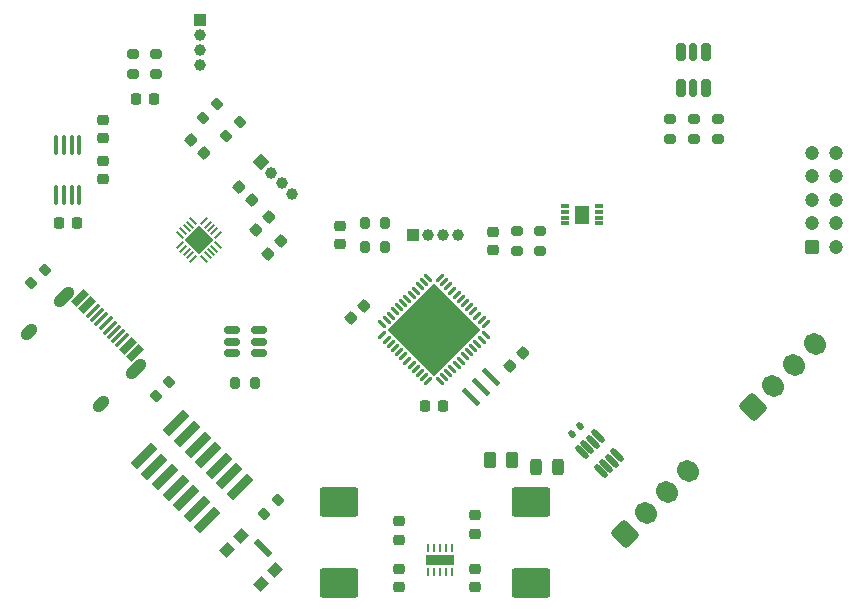
<source format=gbr>
%TF.GenerationSoftware,KiCad,Pcbnew,9.0.3*%
%TF.CreationDate,2025-10-08T18:16:25-04:00*%
%TF.ProjectId,flight_stick,666c6967-6874-45f7-9374-69636b2e6b69,5*%
%TF.SameCoordinates,Original*%
%TF.FileFunction,Soldermask,Top*%
%TF.FilePolarity,Negative*%
%FSLAX46Y46*%
G04 Gerber Fmt 4.6, Leading zero omitted, Abs format (unit mm)*
G04 Created by KiCad (PCBNEW 9.0.3) date 2025-10-08 18:16:25*
%MOMM*%
%LPD*%
G01*
G04 APERTURE LIST*
G04 Aperture macros list*
%AMRoundRect*
0 Rectangle with rounded corners*
0 $1 Rounding radius*
0 $2 $3 $4 $5 $6 $7 $8 $9 X,Y pos of 4 corners*
0 Add a 4 corners polygon primitive as box body*
4,1,4,$2,$3,$4,$5,$6,$7,$8,$9,$2,$3,0*
0 Add four circle primitives for the rounded corners*
1,1,$1+$1,$2,$3*
1,1,$1+$1,$4,$5*
1,1,$1+$1,$6,$7*
1,1,$1+$1,$8,$9*
0 Add four rect primitives between the rounded corners*
20,1,$1+$1,$2,$3,$4,$5,0*
20,1,$1+$1,$4,$5,$6,$7,0*
20,1,$1+$1,$6,$7,$8,$9,0*
20,1,$1+$1,$8,$9,$2,$3,0*%
%AMHorizOval*
0 Thick line with rounded ends*
0 $1 width*
0 $2 $3 position (X,Y) of the first rounded end (center of the circle)*
0 $4 $5 position (X,Y) of the second rounded end (center of the circle)*
0 Add line between two ends*
20,1,$1,$2,$3,$4,$5,0*
0 Add two circle primitives to create the rounded ends*
1,1,$1,$2,$3*
1,1,$1,$4,$5*%
%AMRotRect*
0 Rectangle, with rotation*
0 The origin of the aperture is its center*
0 $1 length*
0 $2 width*
0 $3 Rotation angle, in degrees counterclockwise*
0 Add horizontal line*
21,1,$1,$2,0,0,$3*%
G04 Aperture macros list end*
%ADD10RoundRect,0.062500X0.062500X-0.312500X0.062500X0.312500X-0.062500X0.312500X-0.062500X-0.312500X0*%
%ADD11R,2.400000X0.840000*%
%ADD12RoundRect,0.250000X-0.262500X-0.450000X0.262500X-0.450000X0.262500X0.450000X-0.262500X0.450000X0*%
%ADD13RoundRect,0.225000X0.250000X-0.225000X0.250000X0.225000X-0.250000X0.225000X-0.250000X-0.225000X0*%
%ADD14RoundRect,0.200000X-0.053033X0.335876X-0.335876X0.053033X0.053033X-0.335876X0.335876X-0.053033X0*%
%ADD15RoundRect,0.200000X0.053033X-0.335876X0.335876X-0.053033X-0.053033X0.335876X-0.335876X0.053033X0*%
%ADD16RoundRect,0.062500X0.309359X-0.220971X-0.220971X0.309359X-0.309359X0.220971X0.220971X-0.309359X0*%
%ADD17RoundRect,0.062500X0.309359X0.220971X0.220971X0.309359X-0.309359X-0.220971X-0.220971X-0.309359X0*%
%ADD18RotRect,5.600000X5.600000X135.000000*%
%ADD19RoundRect,0.225000X-0.225000X-0.250000X0.225000X-0.250000X0.225000X0.250000X-0.225000X0.250000X0*%
%ADD20RotRect,1.000000X1.000000X45.000000*%
%ADD21C,1.000000*%
%ADD22RoundRect,0.100000X-0.100000X0.712500X-0.100000X-0.712500X0.100000X-0.712500X0.100000X0.712500X0*%
%ADD23RoundRect,0.225000X0.017678X-0.335876X0.335876X-0.017678X-0.017678X0.335876X-0.335876X0.017678X0*%
%ADD24RoundRect,0.250000X0.088388X-0.936916X0.936916X-0.088388X-0.088388X0.936916X-0.936916X0.088388X0*%
%ADD25HorizOval,1.700000X-0.088388X0.088388X0.088388X-0.088388X0*%
%ADD26RotRect,0.600000X1.450000X315.000000*%
%ADD27RotRect,0.300000X1.450000X315.000000*%
%ADD28HorizOval,1.000000X-0.388909X-0.388909X0.388909X0.388909X0*%
%ADD29HorizOval,1.000000X-0.212132X-0.212132X0.212132X0.212132X0*%
%ADD30RoundRect,0.200000X-0.275000X0.200000X-0.275000X-0.200000X0.275000X-0.200000X0.275000X0.200000X0*%
%ADD31RoundRect,0.200000X0.275000X-0.200000X0.275000X0.200000X-0.275000X0.200000X-0.275000X-0.200000X0*%
%ADD32RoundRect,0.140000X0.021213X-0.219203X0.219203X-0.021213X-0.021213X0.219203X-0.219203X0.021213X0*%
%ADD33RoundRect,0.200000X0.200000X0.275000X-0.200000X0.275000X-0.200000X-0.275000X0.200000X-0.275000X0*%
%ADD34RoundRect,0.125000X-0.468458X0.291682X0.291682X-0.468458X0.468458X-0.291682X-0.291682X0.468458X0*%
%ADD35RotRect,0.204000X0.807999X45.000000*%
%ADD36RotRect,0.204000X0.807999X315.000000*%
%ADD37RotRect,1.750000X1.750000X315.000000*%
%ADD38RoundRect,0.243750X0.243750X0.456250X-0.243750X0.456250X-0.243750X-0.456250X0.243750X-0.456250X0*%
%ADD39RoundRect,0.225000X-0.250000X0.225000X-0.250000X-0.225000X0.250000X-0.225000X0.250000X0.225000X0*%
%ADD40R,0.750000X0.300000*%
%ADD41R,1.300000X1.500000*%
%ADD42RoundRect,0.225000X-0.017678X0.335876X-0.335876X0.017678X0.017678X-0.335876X0.335876X-0.017678X0*%
%ADD43RoundRect,0.250000X-1.400000X-1.000000X1.400000X-1.000000X1.400000X1.000000X-1.400000X1.000000X0*%
%ADD44RoundRect,0.160000X0.240000X-0.565000X0.240000X0.565000X-0.240000X0.565000X-0.240000X-0.565000X0*%
%ADD45RoundRect,0.120000X0.180000X-0.605000X0.180000X0.605000X-0.180000X0.605000X-0.180000X-0.605000X0*%
%ADD46RoundRect,0.225000X0.225000X0.250000X-0.225000X0.250000X-0.225000X-0.250000X0.225000X-0.250000X0*%
%ADD47RoundRect,0.200000X-0.200000X-0.275000X0.200000X-0.275000X0.200000X0.275000X-0.200000X0.275000X0*%
%ADD48RoundRect,0.225000X0.335876X0.017678X0.017678X0.335876X-0.335876X-0.017678X-0.017678X-0.335876X0*%
%ADD49RotRect,0.400000X1.900000X45.000000*%
%ADD50RoundRect,0.250000X0.350000X-0.350000X0.350000X0.350000X-0.350000X0.350000X-0.350000X-0.350000X0*%
%ADD51C,1.200000*%
%ADD52RotRect,2.400000X0.740000X45.000000*%
%ADD53RoundRect,0.150000X-0.512500X-0.150000X0.512500X-0.150000X0.512500X0.150000X-0.512500X0.150000X0*%
%ADD54RotRect,0.889000X0.990600X315.000000*%
%ADD55RotRect,1.701800X0.558800X315.000000*%
%ADD56R,1.000000X1.000000*%
%ADD57RoundRect,0.218750X-0.256250X0.218750X-0.256250X-0.218750X0.256250X-0.218750X0.256250X0.218750X0*%
%ADD58RoundRect,0.250000X1.400000X1.000000X-1.400000X1.000000X-1.400000X-1.000000X1.400000X-1.000000X0*%
G04 APERTURE END LIST*
D10*
%TO.C,U8*%
X-61421600Y16071598D03*
X-60921600Y16071599D03*
X-60421600Y16071599D03*
X-59921600Y16071599D03*
X-59421599Y16071599D03*
X-59421600Y18071600D03*
X-59921600Y18071599D03*
X-60421600Y18071599D03*
X-60921600Y18071599D03*
X-61421601Y18071599D03*
D11*
X-60421600Y17071599D03*
%TD*%
D12*
%TO.C,R4*%
X-56134100Y25571600D03*
X-54309100Y25571600D03*
%TD*%
D13*
%TO.C,C4*%
X-88902587Y52812709D03*
X-88902587Y54362709D03*
%TD*%
D14*
%TO.C,R14*%
X-79319224Y55671072D03*
X-80485950Y54504346D03*
%TD*%
D15*
%TO.C,R24*%
X-84485950Y31004346D03*
X-83319224Y32171072D03*
%TD*%
D16*
%TO.C,U4*%
X-60416451Y32212486D03*
X-60062898Y32566039D03*
X-59709344Y32919593D03*
X-59355791Y33273146D03*
X-59002238Y33626699D03*
X-58648684Y33980253D03*
X-58295131Y34333806D03*
X-57941577Y34687360D03*
X-57588024Y35040913D03*
X-57234471Y35394466D03*
X-56880917Y35748020D03*
X-56527364Y36101573D03*
D17*
X-56527364Y37073845D03*
X-56880917Y37427398D03*
X-57234471Y37780952D03*
X-57588024Y38134505D03*
X-57941577Y38488058D03*
X-58295131Y38841612D03*
X-58648684Y39195165D03*
X-59002238Y39548719D03*
X-59355791Y39902272D03*
X-59709344Y40255825D03*
X-60062898Y40609379D03*
X-60416451Y40962932D03*
D16*
X-61388723Y40962932D03*
X-61742276Y40609379D03*
X-62095830Y40255825D03*
X-62449383Y39902272D03*
X-62802936Y39548719D03*
X-63156490Y39195165D03*
X-63510043Y38841612D03*
X-63863597Y38488058D03*
X-64217150Y38134505D03*
X-64570703Y37780952D03*
X-64924257Y37427398D03*
X-65277810Y37073845D03*
D17*
X-65277810Y36101573D03*
X-64924257Y35748020D03*
X-64570703Y35394466D03*
X-64217150Y35040913D03*
X-63863597Y34687360D03*
X-63510043Y34333806D03*
X-63156490Y33980253D03*
X-62802936Y33626699D03*
X-62449383Y33273146D03*
X-62095830Y32919593D03*
X-61742276Y32566039D03*
X-61388723Y32212486D03*
D18*
X-60902587Y36587709D03*
%TD*%
D19*
%TO.C,C11*%
X-86177587Y56087709D03*
X-84627587Y56087709D03*
%TD*%
D20*
%TO.C,J12*%
X-75596664Y50781787D03*
D21*
X-74698638Y49883761D03*
X-73800613Y48985736D03*
X-72902587Y48087710D03*
%TD*%
D22*
%TO.C,U7*%
X-90927587Y52200209D03*
X-91577587Y52200209D03*
X-92227587Y52200209D03*
X-92877587Y52200209D03*
X-92877587Y47975209D03*
X-92227587Y47975209D03*
X-91577587Y47975209D03*
X-90927587Y47975209D03*
%TD*%
D23*
%TO.C,C13*%
X-74950595Y43039701D03*
X-73854579Y44135717D03*
%TD*%
D24*
%TO.C,J1*%
X-33938121Y30052175D03*
D25*
X-32170354Y31819942D03*
X-30402587Y33587709D03*
X-28634820Y35355476D03*
%TD*%
D26*
%TO.C,J10*%
X-90840437Y39246053D03*
X-90274752Y38680368D03*
D27*
X-89426224Y37831839D03*
X-88719117Y37124733D03*
X-88365563Y36771179D03*
X-87658457Y36064072D03*
D26*
X-86809928Y35215544D03*
X-86244243Y34649859D03*
X-86244243Y34649859D03*
X-86809928Y35215544D03*
D27*
X-87304903Y35710519D03*
X-88012010Y36417626D03*
X-89072670Y37478286D03*
X-89779777Y38185393D03*
D26*
X-90274752Y38680368D03*
X-90840437Y39246053D03*
D28*
X-92244044Y39355655D03*
D29*
X-95199750Y36399948D03*
D28*
X-86134641Y33246252D03*
D29*
X-89090348Y30290546D03*
%TD*%
D30*
%TO.C,R3*%
X-53902587Y44912709D03*
X-53902587Y43262709D03*
%TD*%
D31*
%TO.C,R8*%
X-40902587Y52737712D03*
X-40902587Y54387712D03*
%TD*%
D32*
%TO.C,C23*%
X-49241998Y27748298D03*
X-48563176Y28427120D03*
%TD*%
D23*
%TO.C,C17*%
X-54450595Y33539701D03*
X-53354579Y34635717D03*
%TD*%
D13*
%TO.C,C3*%
X-57402587Y14812709D03*
X-57402587Y16362709D03*
%TD*%
D33*
%TO.C,R13*%
X-65077587Y45587709D03*
X-66727587Y45587709D03*
%TD*%
D34*
%TO.C,U6*%
X-47017492Y27581472D03*
X-47477111Y27121853D03*
X-47936731Y26662233D03*
X-48396350Y26202614D03*
X-46787682Y24593946D03*
X-46328063Y25053565D03*
X-45868443Y25513185D03*
X-45408824Y25972804D03*
%TD*%
D13*
%TO.C,C1*%
X-63902587Y14812709D03*
X-63902587Y16362709D03*
%TD*%
D35*
%TO.C,U3*%
X-81271211Y45763189D03*
X-81554055Y45480345D03*
X-81836897Y45197503D03*
X-82119739Y44914661D03*
X-82402583Y44631817D03*
D36*
X-82402583Y43719085D03*
X-82119739Y43436241D03*
X-81836897Y43153399D03*
X-81554055Y42870557D03*
X-81271211Y42587713D03*
D35*
X-80358479Y42587713D03*
X-80075635Y42870557D03*
X-79792793Y43153399D03*
X-79509951Y43436241D03*
X-79227107Y43719085D03*
D36*
X-79227107Y44631817D03*
X-79509951Y44914661D03*
X-79792793Y45197503D03*
X-80075635Y45480345D03*
X-80358479Y45763189D03*
D37*
X-80814845Y44175451D03*
%TD*%
D15*
%TO.C,R23*%
X-94985950Y40504346D03*
X-93819224Y41671072D03*
%TD*%
D38*
%TO.C,D1*%
X-50384100Y24971600D03*
X-52259100Y24971600D03*
%TD*%
D30*
%TO.C,R16*%
X-84402587Y59912709D03*
X-84402587Y58262709D03*
%TD*%
D39*
%TO.C,C6*%
X-88902587Y50862709D03*
X-88902587Y49312709D03*
%TD*%
D19*
%TO.C,C16*%
X-61677587Y30087709D03*
X-60127587Y30087709D03*
%TD*%
D40*
%TO.C,U2*%
X-46902586Y45587708D03*
X-46902586Y46087708D03*
X-46902586Y46587708D03*
X-46902586Y47087708D03*
X-49802586Y47087708D03*
X-49802586Y46587708D03*
X-49802586Y46087708D03*
X-49802586Y45587708D03*
D41*
X-48352586Y46337708D03*
%TD*%
D39*
%TO.C,C2*%
X-57402587Y20862709D03*
X-57402587Y19312709D03*
%TD*%
D42*
%TO.C,C14*%
X-74854579Y46135717D03*
X-75950595Y45039701D03*
%TD*%
D31*
%TO.C,R9*%
X-38902587Y52737712D03*
X-38902587Y54387712D03*
%TD*%
D42*
%TO.C,C18*%
X-66854579Y38635717D03*
X-67950595Y37539701D03*
%TD*%
D14*
%TO.C,R15*%
X-77319224Y54171072D03*
X-78485950Y53004346D03*
%TD*%
D43*
%TO.C,D6*%
X-68921600Y21971600D03*
X-68921600Y15171600D03*
%TD*%
D44*
%TO.C,D4*%
X-40002587Y57062709D03*
D45*
X-38952587Y57062709D03*
D44*
X-37902587Y57062709D03*
X-37902587Y60112709D03*
D45*
X-38952587Y60112709D03*
D44*
X-40002587Y60112709D03*
%TD*%
D24*
%TO.C,J3*%
X-44705888Y19284408D03*
D25*
X-42938121Y21052175D03*
X-41170354Y22819942D03*
X-39402587Y24587709D03*
%TD*%
D31*
%TO.C,R10*%
X-36902587Y52737712D03*
X-36902587Y54387712D03*
%TD*%
D46*
%TO.C,C5*%
X-91127587Y45587709D03*
X-92677587Y45587709D03*
%TD*%
D47*
%TO.C,R7*%
X-77727587Y32087709D03*
X-76077587Y32087709D03*
%TD*%
D48*
%TO.C,C12*%
X-76354579Y47539701D03*
X-77450595Y48635717D03*
%TD*%
D39*
%TO.C,C8*%
X-68902587Y45362709D03*
X-68902587Y43812709D03*
%TD*%
D49*
%TO.C,Y1*%
X-57751115Y30890653D03*
X-56902587Y31739181D03*
X-56054059Y32587709D03*
%TD*%
D48*
%TO.C,C9*%
X-80354579Y51539701D03*
X-81450595Y52635717D03*
%TD*%
D30*
%TO.C,R2*%
X-51902587Y44912709D03*
X-51902587Y43262709D03*
%TD*%
D14*
%TO.C,R20*%
X-74138237Y22154963D03*
X-75304963Y20988237D03*
%TD*%
D50*
%TO.C,J2*%
X-28902587Y43587709D03*
D51*
X-26902587Y43587709D03*
X-28902587Y45587709D03*
X-26902587Y45587709D03*
X-28902587Y47587709D03*
X-26902587Y47587709D03*
X-28902587Y49587709D03*
X-26902587Y49587709D03*
X-28902587Y51587709D03*
X-26902587Y51587709D03*
%TD*%
D52*
%TO.C,J9*%
X-85475522Y25902928D03*
X-82717806Y28660644D03*
X-84577496Y25004902D03*
X-81819780Y27762618D03*
X-83679471Y24106876D03*
X-80921754Y26864593D03*
X-82781445Y23208851D03*
X-80023729Y25966567D03*
X-81883420Y22310825D03*
X-79125703Y25068542D03*
X-80985394Y21412800D03*
X-78227678Y24170516D03*
X-80087368Y20514774D03*
X-77329652Y23272490D03*
%TD*%
D53*
%TO.C,U5*%
X-78040087Y36537709D03*
X-78040087Y35587709D03*
X-78040087Y34637709D03*
X-75765087Y34637709D03*
X-75765087Y35587709D03*
X-75765087Y36537709D03*
%TD*%
D54*
%TO.C,SW1*%
X-77289363Y19102107D03*
X-74390228Y16202972D03*
X-78420736Y17970734D03*
X-75521601Y15071599D03*
D55*
X-75397854Y18094481D03*
%TD*%
D56*
%TO.C,J4*%
X-80702587Y62787709D03*
D21*
X-80702587Y61517709D03*
X-80702587Y60247709D03*
X-80702587Y58977709D03*
%TD*%
D39*
%TO.C,C19*%
X-55902587Y44862709D03*
X-55902587Y43312709D03*
%TD*%
D56*
%TO.C,J6*%
X-62712586Y44587709D03*
D21*
X-61442586Y44587709D03*
X-60172586Y44587709D03*
X-58902586Y44587709D03*
%TD*%
D57*
%TO.C,L2*%
X-63902587Y20375209D03*
X-63902587Y18800209D03*
%TD*%
D58*
%TO.C,D7*%
X-52721600Y15171600D03*
X-52721600Y21971600D03*
%TD*%
D33*
%TO.C,R12*%
X-65077587Y43587709D03*
X-66727587Y43587709D03*
%TD*%
D30*
%TO.C,R17*%
X-86402587Y59912709D03*
X-86402587Y58262709D03*
%TD*%
M02*

</source>
